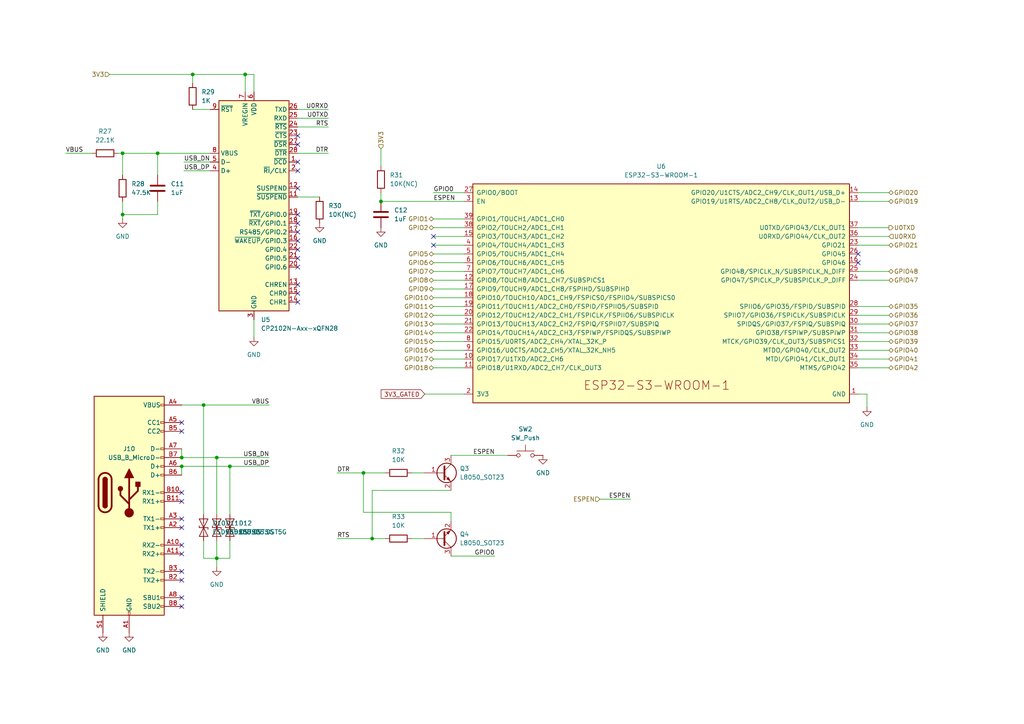
<source format=kicad_sch>
(kicad_sch (version 20211123) (generator eeschema)
  (paper "A4")
  (lib_symbols
    (symbol "Connector:USB_C_Receptacle" (pin_names (offset 1.016))
      (property "Reference" "J" (at -10.16 29.21 0))
      (property "Value" "USB_C_Receptacle" (at 10.16 29.21 0))
      (symbol "USB_C_Receptacle_0_0"
        (rectangle (start -0.254 -35.56) (end 0.254 -34.544))
        (rectangle (start 10.16 -32.766) (end 9.144 -33.274))
        (rectangle (start 10.16 -30.226) (end 9.144 -30.734))
        (rectangle (start 10.16 -25.146) (end 9.144 -25.654))
        (rectangle (start 10.16 -22.606) (end 9.144 -23.114))
        (rectangle (start 10.16 -17.526) (end 9.144 -18.034))
        (rectangle (start 10.16 -14.986) (end 9.144 -15.494))
        (rectangle (start 10.16 -9.906) (end 9.144 -10.414))
        (rectangle (start 10.16 -7.366) (end 9.144 -7.874))
        (rectangle (start 10.16 -2.286) (end 9.144 -2.794))
        (rectangle (start 10.16 0.254) (end 9.144 -0.254))
        (rectangle (start 10.16 5.334) (end 9.144 4.826))
        (rectangle (start 10.16 7.874) (end 9.144 7.366))
        (rectangle (start 10.16 10.414) (end 9.144 9.906))
        (rectangle (start 10.16 12.954) (end 9.144 12.446))
        (rectangle (start 10.16 18.034) (end 9.144 17.526))
        (rectangle (start 10.16 20.574) (end 9.144 20.066))
        (rectangle (start 10.16 25.654) (end 9.144 25.146))
      )
      (symbol "USB_C_Receptacle_0_1"
        (rectangle (start -10.16 27.94) (end 10.16 -35.56) (stroke (width 0.254)) (fill (type background)))
        (arc (start -8.89 -3.81) (mid -6.985 -5.715) (end -5.08 -3.81) (stroke (width 0.508)))
        (arc (start -7.62 -3.81) (mid -6.985 -4.445) (end -6.35 -3.81) (stroke (width 0.254)))
        (arc (start -7.62 -3.81) (mid -6.985 -4.445) (end -6.35 -3.81) (stroke (width 0.254)) (fill (type outline)))
        (rectangle (start -7.62 -3.81) (end -6.35 3.81) (stroke (width 0.254)) (fill (type outline)))
        (arc (start -6.35 3.81) (mid -6.985 4.445) (end -7.62 3.81) (stroke (width 0.254)))
        (arc (start -6.35 3.81) (mid -6.985 4.445) (end -7.62 3.81) (stroke (width 0.254)) (fill (type outline)))
        (arc (start -5.08 3.81) (mid -6.985 5.715) (end -8.89 3.81) (stroke (width 0.508)))
        (polyline (pts (xy -8.89 -3.81) (xy -8.89 3.81)) (stroke (width 0.508)))
        (polyline (pts (xy -5.08 3.81) (xy -5.08 -3.81)) (stroke (width 0.508)))
      )
      (symbol "USB_C_Receptacle_1_1"
        (circle (center -2.54 1.143) (radius 0.635) (stroke (width 0.254)) (fill (type outline)))
        (circle (center 0 -5.842) (radius 1.27) (fill (type outline)))
        (polyline (pts (xy 0 -5.842) (xy 0 4.318)) (stroke (width 0.508)))
        (polyline (pts (xy 0 -3.302) (xy -2.54 -0.762) (xy -2.54 0.508)) (stroke (width 0.508)))
        (polyline (pts (xy 0 -2.032) (xy 2.54 0.508) (xy 2.54 1.778)) (stroke (width 0.508)))
        (polyline (pts (xy -1.27 4.318) (xy 0 6.858) (xy 1.27 4.318) (xy -1.27 4.318)) (stroke (width 0.254)) (fill (type outline)))
        (rectangle (start 1.905 1.778) (end 3.175 3.048) (stroke (width 0.254)) (fill (type outline)))
        (pin passive line (at 0 -40.64 90) (length 5.08) (name "GND") (number "A1"))
        (pin bidirectional line (at 15.24 -15.24 180) (length 5.08) (name "RX2-") (number "A10"))
        (pin bidirectional line (at 15.24 -17.78 180) (length 5.08) (name "RX2+") (number "A11"))
        (pin passive line (at 0 -40.64 90) (length 5.08) hide (name "GND") (number "A12"))
        (pin bidirectional line (at 15.24 -10.16 180) (length 5.08) (name "TX1+") (number "A2"))
        (pin bidirectional line (at 15.24 -7.62 180) (length 5.08) (name "TX1-") (number "A3"))
        (pin passive line (at 15.24 25.4 180) (length 5.08) (name "VBUS") (number "A4"))
        (pin bidirectional line (at 15.24 20.32 180) (length 5.08) (name "CC1") (number "A5"))
        (pin bidirectional line (at 15.24 7.62 180) (length 5.08) (name "D+") (number "A6"))
        (pin bidirectional line (at 15.24 12.7 180) (length 5.08) (name "D-") (number "A7"))
        (pin bidirectional line (at 15.24 -30.48 180) (length 5.08) (name "SBU1") (number "A8"))
        (pin passive line (at 15.24 25.4 180) (length 5.08) hide (name "VBUS") (number "A9"))
        (pin passive line (at 0 -40.64 90) (length 5.08) hide (name "GND") (number "B1"))
        (pin bidirectional line (at 15.24 0 180) (length 5.08) (name "RX1-") (number "B10"))
        (pin bidirectional line (at 15.24 -2.54 180) (length 5.08) (name "RX1+") (number "B11"))
        (pin passive line (at 0 -40.64 90) (length 5.08) hide (name "GND") (number "B12"))
        (pin bidirectional line (at 15.24 -25.4 180) (length 5.08) (name "TX2+") (number "B2"))
        (pin bidirectional line (at 15.24 -22.86 180) (length 5.08) (name "TX2-") (number "B3"))
        (pin passive line (at 15.24 25.4 180) (length 5.08) hide (name "VBUS") (number "B4"))
        (pin bidirectional line (at 15.24 17.78 180) (length 5.08) (name "CC2") (number "B5"))
        (pin bidirectional line (at 15.24 5.08 180) (length 5.08) (name "D+") (number "B6"))
        (pin bidirectional line (at 15.24 10.16 180) (length 5.08) (name "D-") (number "B7"))
        (pin bidirectional line (at 15.24 -33.02 180) (length 5.08) (name "SBU2") (number "B8"))
        (pin passive line (at 15.24 25.4 180) (length 5.08) hide (name "VBUS") (number "B9"))
        (pin passive line (at -7.62 -40.64 90) (length 5.08) (name "SHIELD") (number "S1"))
      )
    )
    (symbol "Custom_Components:L8050_SOT23" (pin_names (offset 0) hide)
      (property "Reference" "Q" (at 5.08 1.905 0))
      (property "Value" "L8050_SOT23" (at 5.08 0 0))
      (symbol "L8050_SOT23_0_1"
        (polyline (pts (xy 0 0) (xy 0.635 0)))
        (polyline (pts (xy 0.635 0.635) (xy 2.54 2.54)))
        (polyline (pts (xy 0.635 -0.635) (xy 2.54 -2.54) (xy 2.54 -2.54)))
        (polyline (pts (xy 0.635 1.905) (xy 0.635 -1.905) (xy 0.635 -1.905)) (stroke (width 0.508)))
        (polyline (pts (xy 1.27 -1.778) (xy 1.778 -1.27) (xy 2.286 -2.286) (xy 1.27 -1.778) (xy 1.27 -1.778)) (fill (type outline)))
        (circle (center 1.27 0) (radius 2.8194) (stroke (width 0.254)))
      )
      (symbol "L8050_SOT23_1_1"
        (pin input line (at -5.08 0 0) (length 5.08) (name "B") (number "1"))
        (pin passive line (at 2.54 -5.08 90) (length 2.54) (name "E") (number "2"))
        (pin passive line (at 2.54 5.08 270) (length 2.54) (name "C") (number "3"))
      )
    )
    (symbol "Device:C" (pin_numbers hide) (pin_names (offset 0.254))
      (property "Reference" "C" (at 0.635 2.54 0))
      (property "Value" "C" (at 0.635 -2.54 0))
      (symbol "C_0_1"
        (polyline (pts (xy -2.032 -0.762) (xy 2.032 -0.762)) (stroke (width 0.508)))
        (polyline (pts (xy -2.032 0.762) (xy 2.032 0.762)) (stroke (width 0.508)))
      )
      (symbol "C_1_1"
        (pin passive line (at 0 3.81 270) (length 2.794) (name "~") (number "1"))
        (pin passive line (at 0 -3.81 90) (length 2.794) (name "~") (number "2"))
      )
    )
    (symbol "Device:R" (pin_numbers hide) (pin_names (offset 0))
      (property "Reference" "R" (at 2.032 0 90))
      (property "Value" "R" (at 0 0 90))
      (symbol "R_0_1"
        (rectangle (start -1.016 -2.54) (end 1.016 2.54) (stroke (width 0.254)))
      )
      (symbol "R_1_1"
        (pin passive line (at 0 3.81 270) (length 1.27) (name "~") (number "1"))
        (pin passive line (at 0 -3.81 90) (length 1.27) (name "~") (number "2"))
      )
    )
    (symbol "Diode:ESD9B5.0ST5G" (pin_numbers hide) (pin_names (offset 1.016) hide)
      (property "Reference" "D" (at 0 2.54 0))
      (property "Value" "ESD9B5.0ST5G" (at 0 -2.54 0))
      (symbol "ESD9B5.0ST5G_0_1"
        (polyline (pts (xy 1.27 0) (xy -1.27 0)))
        (polyline (pts (xy -2.54 -1.27) (xy 0 0) (xy -2.54 1.27) (xy -2.54 -1.27)) (stroke (width 0.2032)))
        (polyline (pts (xy 0.508 1.27) (xy 0 1.27) (xy 0 -1.27) (xy -0.508 -1.27)) (stroke (width 0.2032)))
        (polyline (pts (xy 2.54 1.27) (xy 2.54 -1.27) (xy 0 0) (xy 2.54 1.27)) (stroke (width 0.2032)))
      )
      (symbol "ESD9B5.0ST5G_1_1"
        (pin passive line (at -3.81 0 0) (length 2.54) (name "A1") (number "1"))
        (pin passive line (at 3.81 0 180) (length 2.54) (name "A2") (number "2"))
      )
    )
    (symbol "Espressif:ESP32-S3-WROOM-1" (pin_names (offset 1.016))
      (property "Reference" "U" (at -53.34 38.1 0))
      (property "Value" "ESP32-S3-WROOM-1" (at -53.34 35.56 0))
      (symbol "ESP32-S3-WROOM-1_0_0"
        (rectangle (start -53.34 33.02) (end 55.88 -30.48) (stroke (width 0.254)) (fill (type background)))
        (text "ESP32-S3-WROOM-1" (at 0 -25.4 0) (effects (font (size 2.54 2.54))))
        (pin power_in line (at 58.42 -27.94 180) (length 2.54) (name "GND") (number "1"))
        (pin bidirectional line (at -55.88 -17.78 0) (length 2.54) (name "GPIO17/U1TXD/ADC2_CH6") (number "10"))
        (pin bidirectional line (at -55.88 -20.32 0) (length 2.54) (name "GPIO18/U1RXD/ADC2_CH7/CLK_OUT3") (number "11"))
        (pin bidirectional line (at -55.88 5.08 0) (length 2.54) (name "GPIO8/TOUCH8/ADC1_CH7/SUBSPICS1") (number "12"))
        (pin bidirectional line (at 58.42 27.94 180) (length 2.54) (name "GPIO19/U1RTS/ADC2_CH8/CLK_OUT2/USB_D-") (number "13"))
        (pin bidirectional line (at 58.42 30.48 180) (length 2.54) (name "GPIO20/U1CTS/ADC2_CH9/CLK_OUT1/USB_D+") (number "14"))
        (pin bidirectional line (at -55.88 17.78 0) (length 2.54) (name "GPIO3/TOUCH3/ADC1_CH2") (number "15"))
        (pin bidirectional line (at 58.42 10.16 180) (length 2.54) (name "GPIO46") (number "16"))
        (pin bidirectional line (at -55.88 2.54 0) (length 2.54) (name "GPIO9/TOUCH9/ADC1_CH8/FSPIHD/SUBSPIHD") (number "17"))
        (pin bidirectional line (at -55.88 0 0) (length 2.54) (name "GPIO10/TOUCH10/ADC1_CH9/FSPICS0/FSPIIO4/SUBSPICS0") (number "18"))
        (pin bidirectional line (at -55.88 -2.54 0) (length 2.54) (name "GPIO11/TOUCH11/ADC2_CH0/FSPID/FSPIIO5/SUBSPID") (number "19"))
        (pin power_in line (at -55.88 -27.94 0) (length 2.54) (name "3V3") (number "2"))
        (pin bidirectional line (at -55.88 -5.08 0) (length 2.54) (name "GPIO12/TOUCH12/ADC2_CH1/FSPICLK/FSPIIO6/SUBSPICLK") (number "20"))
        (pin bidirectional line (at -55.88 -7.62 0) (length 2.54) (name "GPIO13/TOUCH13/ADC2_CH2/FSPIQ/FSPIIO7/SUBSPIQ") (number "21"))
        (pin bidirectional line (at -55.88 -10.16 0) (length 2.54) (name "GPIO14/TOUCH14/ADC2_CH3/FSPIWP/FSPIDQS/SUBSPIWP") (number "22"))
        (pin bidirectional line (at 58.42 15.24 180) (length 2.54) (name "GPIO21") (number "23"))
        (pin bidirectional line (at 58.42 5.08 180) (length 2.54) (name "GPIO47/SPICLK_P/SUBSPICLK_P_DIFF") (number "24"))
        (pin bidirectional line (at 58.42 7.62 180) (length 2.54) (name "GPIO48/SPICLK_N/SUBSPICLK_N_DIFF") (number "25"))
        (pin bidirectional line (at 58.42 12.7 180) (length 2.54) (name "GPIO45") (number "26"))
        (pin bidirectional line (at -55.88 30.48 0) (length 2.54) (name "GPIO0/BOOT") (number "27"))
        (pin bidirectional line (at 58.42 -2.54 180) (length 2.54) (name "SPIIO6/GPIO35/FSPID/SUBSPID") (number "28"))
        (pin bidirectional line (at 58.42 -5.08 180) (length 2.54) (name "SPIIO7/GPIO36/FSPICLK/SUBSPICLK") (number "29"))
        (pin input line (at -55.88 27.94 0) (length 2.54) (name "EN") (number "3"))
        (pin bidirectional line (at 58.42 -7.62 180) (length 2.54) (name "SPIDQS/GPIO37/FSPIQ/SUBSPIQ") (number "30"))
        (pin bidirectional line (at 58.42 -10.16 180) (length 2.54) (name "GPIO38/FSPIWP/SUBSPIWP") (number "31"))
        (pin bidirectional line (at 58.42 -12.7 180) (length 2.54) (name "MTCK/GPIO39/CLK_OUT3/SUBSPICS1") (number "32"))
        (pin bidirectional line (at 58.42 -15.24 180) (length 2.54) (name "MTDO/GPIO40/CLK_OUT2") (number "33"))
        (pin bidirectional line (at 58.42 -17.78 180) (length 2.54) (name "MTDI/GPIO41/CLK_OUT1") (number "34"))
        (pin bidirectional line (at 58.42 -20.32 180) (length 2.54) (name "MTMS/GPIO42") (number "35"))
        (pin bidirectional line (at 58.42 17.78 180) (length 2.54) (name "U0RXD/GPIO44/CLK_OUT2") (number "36"))
        (pin bidirectional line (at 58.42 20.32 180) (length 2.54) (name "U0TXD/GPIO43/CLK_OUT1") (number "37"))
        (pin bidirectional line (at -55.88 20.32 0) (length 2.54) (name "GPIO2/TOUCH2/ADC1_CH1") (number "38"))
        (pin bidirectional line (at -55.88 22.86 0) (length 2.54) (name "GPIO1/TOUCH1/ADC1_CH0") (number "39"))
        (pin bidirectional line (at -55.88 15.24 0) (length 2.54) (name "GPIO4/TOUCH4/ADC1_CH3") (number "4"))
        (pin passive line (at 58.42 -27.94 180) (length 2.54) hide (name "GND") (number "40"))
        (pin passive line (at 58.42 -27.94 180) (length 2.54) hide (name "GND") (number "41"))
        (pin bidirectional line (at -55.88 12.7 0) (length 2.54) (name "GPIO5/TOUCH5/ADC1_CH4") (number "5"))
        (pin bidirectional line (at -55.88 10.16 0) (length 2.54) (name "GPIO6/TOUCH6/ADC1_CH5") (number "6"))
        (pin bidirectional line (at -55.88 7.62 0) (length 2.54) (name "GPIO7/TOUCH7/ADC1_CH6") (number "7"))
        (pin bidirectional line (at -55.88 -12.7 0) (length 2.54) (name "GPIO15/U0RTS/ADC2_CH4/XTAL_32K_P") (number "8"))
        (pin bidirectional line (at -55.88 -15.24 0) (length 2.54) (name "GPIO16/U0CTS/ADC2_CH5/XTAL_32K_NH5") (number "9"))
      )
    )
    (symbol "Interface_USB:CP2102N-Axx-xQFN28"
      (property "Reference" "U" (at -8.89 31.75 0))
      (property "Value" "CP2102N-Axx-xQFN28" (at 12.7 31.75 0))
      (symbol "CP2102N-Axx-xQFN28_0_1"
        (rectangle (start -10.16 30.48) (end 10.16 -30.48) (stroke (width 0.254)) (fill (type background)))
      )
      (symbol "CP2102N-Axx-xQFN28_1_1"
        (pin input line (at 12.7 12.7 180) (length 2.54) (name "~{DCD}") (number "1"))
        (pin no_connect line (at -10.16 -27.94 0) (length 2.54) hide (name "NC") (number "10"))
        (pin output line (at 12.7 2.54 180) (length 2.54) (name "~{SUSPEND}") (number "11"))
        (pin output line (at 12.7 5.08 180) (length 2.54) (name "SUSPEND") (number "12"))
        (pin output line (at 12.7 -22.86 180) (length 2.54) (name "CHREN") (number "13"))
        (pin output line (at 12.7 -27.94 180) (length 2.54) (name "CHR1") (number "14"))
        (pin output line (at 12.7 -25.4 180) (length 2.54) (name "CHR0") (number "15"))
        (pin bidirectional line (at 12.7 -10.16 180) (length 2.54) (name "~{WAKEUP}/GPIO.3") (number "16"))
        (pin bidirectional line (at 12.7 -7.62 180) (length 2.54) (name "RS485/GPIO.2") (number "17"))
        (pin bidirectional line (at 12.7 -5.08 180) (length 2.54) (name "~{RXT}/GPIO.1") (number "18"))
        (pin bidirectional line (at 12.7 -2.54 180) (length 2.54) (name "~{TXT}/GPIO.0") (number "19"))
        (pin bidirectional line (at 12.7 10.16 180) (length 2.54) (name "~{RI}/CLK") (number "2"))
        (pin bidirectional line (at 12.7 -17.78 180) (length 2.54) (name "GPIO.6") (number "20"))
        (pin bidirectional line (at 12.7 -15.24 180) (length 2.54) (name "GPIO.5") (number "21"))
        (pin bidirectional line (at 12.7 -12.7 180) (length 2.54) (name "GPIO.4") (number "22"))
        (pin input line (at 12.7 20.32 180) (length 2.54) (name "~{CTS}") (number "23"))
        (pin output line (at 12.7 22.86 180) (length 2.54) (name "~{RTS}") (number "24"))
        (pin input line (at 12.7 25.4 180) (length 2.54) (name "RXD") (number "25"))
        (pin output line (at 12.7 27.94 180) (length 2.54) (name "TXD") (number "26"))
        (pin input line (at 12.7 17.78 180) (length 2.54) (name "~{DSR}") (number "27"))
        (pin output line (at 12.7 15.24 180) (length 2.54) (name "~{DTR}") (number "28"))
        (pin passive line (at 0 -33.02 90) (length 2.54) hide (name "GND") (number "29"))
        (pin power_in line (at 0 -33.02 90) (length 2.54) (name "GND") (number "3"))
        (pin bidirectional line (at -12.7 10.16 0) (length 2.54) (name "D+") (number "4"))
        (pin bidirectional line (at -12.7 12.7 0) (length 2.54) (name "D-") (number "5"))
        (pin power_in line (at 0 33.02 270) (length 2.54) (name "VDD") (number "6"))
        (pin power_in line (at -2.54 33.02 270) (length 2.54) (name "VREGIN") (number "7"))
        (pin input line (at -12.7 15.24 0) (length 2.54) (name "VBUS") (number "8"))
        (pin input line (at -12.7 27.94 0) (length 2.54) (name "~{RST}") (number "9"))
      )
    )
    (symbol "Switch:SW_Push" (pin_numbers hide) (pin_names (offset 1.016) hide)
      (property "Reference" "SW" (at 1.27 2.54 0))
      (property "Value" "SW_Push" (at 0 -1.524 0))
      (symbol "SW_Push_0_1"
        (circle (center -2.032 0) (radius 0.508))
        (polyline (pts (xy 0 1.27) (xy 0 3.048)))
        (polyline (pts (xy 2.54 1.27) (xy -2.54 1.27)))
        (circle (center 2.032 0) (radius 0.508))
        (pin passive line (at -5.08 0 0) (length 2.54) (name "1") (number "1"))
        (pin passive line (at 5.08 0 180) (length 2.54) (name "2") (number "2"))
      )
    )
    (symbol "power:GND" (power) (pin_names (offset 0))
      (property "Value" "GND" (at 0 -3.81 0))
      (symbol "GND_0_1"
        (polyline (pts (xy 0 0) (xy 0 -1.27) (xy 1.27 -1.27) (xy 0 -2.54) (xy -1.27 -1.27) (xy 0 -1.27)))
      )
      (symbol "GND_1_1"
        (pin power_in line (at 0 0 270) (length 0) hide (name "GND") (number "1"))
      )
    )
  )
  (junction (at 107.95 156.21))
  (junction (at 35.56 44.45))
  (junction (at 105.41 137.16))
  (junction (at 52.705 132.715))
  (junction (at 59.055 117.475))
  (junction (at 62.865 161.925))
  (junction (at 62.865 132.715))
  (junction (at 55.88 21.59))
  (junction (at 35.56 62.23))
  (junction (at 66.675 135.255))
  (junction (at 110.49 58.42))
  (junction (at 45.72 44.45))
  (junction (at 52.705 135.255))
  (junction (at 71.12 21.59))
  (no_connect (at 86.36 54.61))
  (no_connect (at 52.705 125.095))
  (no_connect (at 248.92 73.66))
  (no_connect (at 86.36 41.91))
  (no_connect (at 52.705 175.895))
  (no_connect (at 52.705 150.495))
  (no_connect (at 86.36 85.09))
  (no_connect (at 125.73 68.58))
  (no_connect (at 52.705 145.415))
  (no_connect (at 86.36 64.77))
  (no_connect (at 52.705 158.115))
  (no_connect (at 86.36 74.93))
  (no_connect (at 52.705 153.035))
  (no_connect (at 86.36 46.99))
  (no_connect (at 52.705 142.875))
  (no_connect (at 86.36 69.85))
  (no_connect (at 86.36 72.39))
  (no_connect (at 52.705 168.275))
  (no_connect (at 125.73 71.12))
  (no_connect (at 86.36 67.31))
  (no_connect (at 86.36 82.55))
  (no_connect (at 248.92 76.2))
  (no_connect (at 86.36 49.53))
  (no_connect (at 52.705 160.655))
  (no_connect (at 86.36 87.63))
  (no_connect (at 86.36 77.47))
  (no_connect (at 86.36 62.23))
  (no_connect (at 52.705 173.355))
  (no_connect (at 86.36 39.37))
  (no_connect (at 52.705 122.555))
  (no_connect (at 52.705 165.735))
  (wire (pts (xy 130.81 148.59) (xy 105.41 148.59)))
  (wire (pts (xy 73.66 21.59) (xy 73.66 26.67)))
  (wire (pts (xy 125.73 99.06) (xy 134.62 99.06)))
  (wire (pts (xy 45.72 44.45) (xy 60.96 44.45)))
  (wire (pts (xy 173.99 144.78) (xy 182.88 144.78)))
  (wire (pts (xy 86.36 57.15) (xy 92.71 57.15)))
  (wire (pts (xy 125.73 73.66) (xy 134.62 73.66)))
  (wire (pts (xy 123.19 114.3) (xy 134.62 114.3)))
  (wire (pts (xy 52.705 117.475) (xy 59.055 117.475)))
  (wire (pts (xy 35.56 63.5) (xy 35.56 62.23)))
  (wire (pts (xy 125.73 71.12) (xy 134.62 71.12)))
  (wire (pts (xy 55.88 21.59) (xy 55.88 24.13)))
  (wire (pts (xy 52.705 132.715) (xy 62.865 132.715)))
  (wire (pts (xy 130.81 161.29) (xy 143.51 161.29)))
  (wire (pts (xy 66.675 135.255) (xy 66.675 149.225)))
  (wire (pts (xy 71.12 21.59) (xy 71.12 26.67)))
  (wire (pts (xy 257.81 88.9) (xy 248.92 88.9)))
  (wire (pts (xy 97.79 137.16) (xy 105.41 137.16)))
  (wire (pts (xy 66.675 161.925) (xy 62.865 161.925)))
  (wire (pts (xy 125.73 81.28) (xy 134.62 81.28)))
  (wire (pts (xy 62.865 156.845) (xy 62.865 161.925)))
  (wire (pts (xy 119.38 137.16) (xy 123.19 137.16)))
  (wire (pts (xy 52.705 135.255) (xy 66.675 135.255)))
  (wire (pts (xy 110.49 55.88) (xy 110.49 58.42)))
  (wire (pts (xy 62.865 132.715) (xy 62.865 149.225)))
  (wire (pts (xy 45.72 44.45) (xy 45.72 50.8)))
  (wire (pts (xy 35.56 62.23) (xy 35.56 58.42)))
  (wire (pts (xy 257.81 66.04) (xy 248.92 66.04)))
  (wire (pts (xy 125.73 93.98) (xy 134.62 93.98)))
  (wire (pts (xy 125.73 88.9) (xy 134.62 88.9)))
  (wire (pts (xy 125.73 86.36) (xy 134.62 86.36)))
  (wire (pts (xy 119.38 156.21) (xy 123.19 156.21)))
  (wire (pts (xy 125.73 55.88) (xy 134.62 55.88)))
  (wire (pts (xy 248.92 114.3) (xy 251.46 114.3)))
  (wire (pts (xy 257.81 99.06) (xy 248.92 99.06)))
  (wire (pts (xy 45.72 58.42) (xy 45.72 62.23)))
  (wire (pts (xy 257.81 68.58) (xy 248.92 68.58)))
  (wire (pts (xy 59.055 161.925) (xy 62.865 161.925)))
  (wire (pts (xy 55.88 21.59) (xy 71.12 21.59)))
  (wire (pts (xy 53.34 49.53) (xy 60.96 49.53)))
  (wire (pts (xy 52.705 135.255) (xy 52.705 137.795)))
  (wire (pts (xy 125.73 104.14) (xy 134.62 104.14)))
  (wire (pts (xy 257.81 91.44) (xy 248.92 91.44)))
  (wire (pts (xy 52.705 130.175) (xy 52.705 132.715)))
  (wire (pts (xy 125.73 106.68) (xy 134.62 106.68)))
  (wire (pts (xy 105.41 148.59) (xy 105.41 137.16)))
  (wire (pts (xy 110.49 43.18) (xy 110.49 48.26)))
  (wire (pts (xy 105.41 137.16) (xy 111.76 137.16)))
  (wire (pts (xy 257.81 78.74) (xy 248.92 78.74)))
  (wire (pts (xy 107.95 142.24) (xy 107.95 156.21)))
  (wire (pts (xy 125.73 63.5) (xy 134.62 63.5)))
  (wire (pts (xy 62.865 164.465) (xy 62.865 161.925)))
  (wire (pts (xy 130.81 142.24) (xy 107.95 142.24)))
  (wire (pts (xy 257.81 81.28) (xy 248.92 81.28)))
  (wire (pts (xy 59.055 117.475) (xy 59.055 149.225)))
  (wire (pts (xy 53.34 46.99) (xy 60.96 46.99)))
  (wire (pts (xy 97.79 156.21) (xy 107.95 156.21)))
  (wire (pts (xy 251.46 114.3) (xy 251.46 118.11)))
  (wire (pts (xy 257.81 106.68) (xy 248.92 106.68)))
  (wire (pts (xy 95.25 36.83) (xy 86.36 36.83)))
  (wire (pts (xy 125.73 78.74) (xy 134.62 78.74)))
  (wire (pts (xy 130.81 151.13) (xy 130.81 148.59)))
  (wire (pts (xy 95.25 34.29) (xy 86.36 34.29)))
  (wire (pts (xy 31.75 21.59) (xy 55.88 21.59)))
  (wire (pts (xy 147.32 132.08) (xy 130.81 132.08)))
  (wire (pts (xy 257.81 96.52) (xy 248.92 96.52)))
  (wire (pts (xy 55.88 31.75) (xy 60.96 31.75)))
  (wire (pts (xy 66.675 135.255) (xy 78.105 135.255)))
  (wire (pts (xy 110.49 58.42) (xy 134.62 58.42)))
  (wire (pts (xy 125.73 91.44) (xy 134.62 91.44)))
  (wire (pts (xy 125.73 68.58) (xy 134.62 68.58)))
  (wire (pts (xy 107.95 156.21) (xy 111.76 156.21)))
  (wire (pts (xy 59.055 117.475) (xy 78.105 117.475)))
  (wire (pts (xy 45.72 62.23) (xy 35.56 62.23)))
  (wire (pts (xy 257.81 93.98) (xy 248.92 93.98)))
  (wire (pts (xy 66.675 156.845) (xy 66.675 161.925)))
  (wire (pts (xy 125.73 66.04) (xy 134.62 66.04)))
  (wire (pts (xy 71.12 21.59) (xy 73.66 21.59)))
  (wire (pts (xy 95.25 31.75) (xy 86.36 31.75)))
  (wire (pts (xy 62.865 132.715) (xy 78.105 132.715)))
  (wire (pts (xy 257.81 101.6) (xy 248.92 101.6)))
  (wire (pts (xy 257.81 55.88) (xy 248.92 55.88)))
  (wire (pts (xy 19.05 44.45) (xy 26.67 44.45)))
  (wire (pts (xy 59.055 156.845) (xy 59.055 161.925)))
  (wire (pts (xy 257.81 71.12) (xy 248.92 71.12)))
  (wire (pts (xy 257.81 104.14) (xy 248.92 104.14)))
  (wire (pts (xy 35.56 44.45) (xy 45.72 44.45)))
  (wire (pts (xy 34.29 44.45) (xy 35.56 44.45)))
  (wire (pts (xy 125.73 101.6) (xy 134.62 101.6)))
  (wire (pts (xy 35.56 50.8) (xy 35.56 44.45)))
  (wire (pts (xy 95.25 44.45) (xy 86.36 44.45)))
  (wire (pts (xy 125.73 83.82) (xy 134.62 83.82)))
  (wire (pts (xy 125.73 76.2) (xy 134.62 76.2)))
  (wire (pts (xy 125.73 96.52) (xy 134.62 96.52)))
  (wire (pts (xy 73.66 92.71) (xy 73.66 97.79)))
  (wire (pts (xy 257.81 58.42) (xy 248.92 58.42)))
  (label "ESPEN" (at 182.88 144.78 180))
  (label "RTS" (at 97.79 156.21 0))
  (label "GPIO0" (at 143.51 161.29 180))
  (label "VBUS" (at 19.05 44.45 0))
  (label "GPIO0" (at 125.73 55.88 0))
  (label "VBUS" (at 78.105 117.475 180))
  (label "USB_DN" (at 78.105 132.715 180))
  (label "U0TXD" (at 95.25 34.29 180))
  (label "ESPEN" (at 125.73 58.42 0))
  (label "DTR" (at 95.25 44.45 180))
  (label "U0RXD" (at 95.25 31.75 180))
  (label "USB_DP" (at 78.105 135.255 180))
  (label "USB_DN" (at 53.34 46.99 0))
  (label "ESPEN" (at 143.51 132.08 180))
  (label "RTS" (at 95.25 36.83 180))
  (label "DTR" (at 97.79 137.16 0))
  (label "USB_DP" (at 53.34 49.53 0))
  (global_label "3V3_GATED" (shape input) (at 123.19 114.3 180) (property "Intersheet References" "${INTERSHEET_REFS}" (effects hide)))
  (hierarchical_label "GPIO11" (shape bidirectional) (at 125.73 88.9 180))
  (hierarchical_label "GPIO18" (shape bidirectional) (at 125.73 106.68 180))
  (hierarchical_label "GPIO41" (shape bidirectional) (at 257.81 104.14 0))
  (hierarchical_label "GPIO13" (shape bidirectional) (at 125.73 93.98 180))
  (hierarchical_label "GPIO9" (shape bidirectional) (at 125.73 83.82 180))
  (hierarchical_label "GPIO39" (shape bidirectional) (at 257.81 99.06 0))
  (hierarchical_label "U0RXD" (shape input) (at 257.81 68.58 0))
  (hierarchical_label "U0TXD" (shape output) (at 257.81 66.04 0))
  (hierarchical_label "GPIO47" (shape bidirectional) (at 257.81 81.28 0))
  (hierarchical_label "ESPEN" (shape input) (at 173.99 144.78 180))
  (hierarchical_label "GPIO38" (shape bidirectional) (at 257.81 96.52 0))
  (hierarchical_label "GPIO20" (shape bidirectional) (at 257.81 55.88 0))
  (hierarchical_label "GPIO8" (shape bidirectional) (at 125.73 81.28 180))
  (hierarchical_label "GPIO12" (shape bidirectional) (at 125.73 91.44 180))
  (hierarchical_label "GPIO15" (shape bidirectional) (at 125.73 99.06 180))
  (hierarchical_label "GPIO17" (shape bidirectional) (at 125.73 104.14 180))
  (hierarchical_label "GPIO35" (shape bidirectional) (at 257.81 88.9 0))
  (hierarchical_label "GPIO1" (shape bidirectional) (at 125.73 63.5 180))
  (hierarchical_label "GPIO48" (shape bidirectional) (at 257.81 78.74 0))
  (hierarchical_label "GPIO40" (shape bidirectional) (at 257.81 101.6 0))
  (hierarchical_label "GPIO6" (shape bidirectional) (at 125.73 76.2 180))
  (hierarchical_label "GPIO42" (shape bidirectional) (at 257.81 106.68 0))
  (hierarchical_label "3V3" (shape input) (at 110.49 43.18 90))
  (hierarchical_label "GPIO5" (shape bidirectional) (at 125.73 73.66 180))
  (hierarchical_label "GPIO14" (shape bidirectional) (at 125.73 96.52 180))
  (hierarchical_label "GPIO19" (shape bidirectional) (at 257.81 58.42 0))
  (hierarchical_label "GPIO36" (shape bidirectional) (at 257.81 91.44 0))
  (hierarchical_label "GPIO7" (shape bidirectional) (at 125.73 78.74 180))
  (hierarchical_label "GPIO10" (shape bidirectional) (at 125.73 86.36 180))
  (hierarchical_label "GPIO21" (shape bidirectional) (at 257.81 71.12 0))
  (hierarchical_label "3V3" (shape input) (at 31.75 21.59 180))
  (hierarchical_label "GPIO37" (shape bidirectional) (at 257.81 93.98 0))
  (hierarchical_label "GPIO2" (shape bidirectional) (at 125.73 66.04 180))
  (hierarchical_label "GPIO16" (shape bidirectional) (at 125.73 101.6 180))
  (symbol (lib_id "Espressif:ESP32-S3-WROOM-1") (at 190.5 86.36 0) (unit 1)
    (property "Reference" "U6" (at 191.77 48.26 0))
    (property "Value" "ESP32-S3-WROOM-1" (at 191.77 50.8 0))
    (property "Footprint" "Espressif:ESP32-S3-WROOM-1" (effects hide))
    (property "Datasheet" "https://www.espressif.com/sites/default/files/documentation/esp32-s3-wroom-1_wroom-1u_datasheet_en.pdf" (effects hide))
  )
  (symbol (lib_id "Device:C") (at 45.72 54.61 0) (unit 1)
    (property "Reference" "C11" (at 49.53 53.3399 0) (effects (justify left)))
    (property "Value" "1uF" (at 49.53 55.8799 0) (effects (justify left)))
    (property "Footprint" "Capacitor_SMD:C_0805_2012Metric" (effects hide))
  )
  (symbol (lib_id "Device:R") (at 55.88 27.94 0) (unit 1)
    (property "Reference" "R29" (at 58.42 26.6699 0) (effects (justify left)))
    (property "Value" "1K" (at 58.42 29.2099 0) (effects (justify left)))
    (property "Footprint" "Resistor_SMD:R_1206_3216Metric" (effects hide))
  )
  (symbol (lib_id "Custom_Components:L8050_SOT23") (at 128.27 137.16 0) (unit 1)
    (property "Reference" "Q3" (at 133.35 135.8899 0) (effects (justify left)))
    (property "Value" "L8050_SOT23" (at 133.35 138.4299 0) (effects (justify left)))
    (property "Footprint" "Package_TO_SOT_SMD:SOT-23" (effects hide))
    (property "Datasheet" "http://www.unisonic.com.tw/datasheet/S8050.pdf" (effects hide))
  )
  (symbol (lib_id "power:GND") (at 157.48 132.08 0) (unit 1)
    (property "Reference" "#PWR058" (effects hide))
    (property "Value" "GND" (at 157.48 137.16 0))
  )
  (symbol (lib_id "power:GND") (at 35.56 63.5 0) (unit 1)
    (property "Reference" "#PWR052" (effects hide))
    (property "Value" "GND" (at 35.56 68.58 0))
  )
  (symbol (lib_id "Device:R") (at 35.56 54.61 180) (unit 1)
    (property "Reference" "R28" (at 38.1 53.3399 0) (effects (justify right)))
    (property "Value" "47.5K" (at 38.1 55.8799 0) (effects (justify right)))
    (property "Footprint" "Resistor_SMD:R_1206_3216Metric" (effects hide))
  )
  (symbol (lib_id "Custom_Components:L8050_SOT23") (at 128.27 156.21 0) (mirror x) (unit 1)
    (property "Reference" "Q4" (at 133.35 154.9399 0) (effects (justify left)))
    (property "Value" "L8050_SOT23" (at 133.35 157.4799 0) (effects (justify left)))
    (property "Footprint" "Package_TO_SOT_SMD:SOT-23" (effects hide))
    (property "Datasheet" "http://www.unisonic.com.tw/datasheet/S8050.pdf" (effects hide))
  )
  (symbol (lib_id "power:GND") (at 92.71 64.77 0) (unit 1)
    (property "Reference" "#PWR056" (effects hide))
    (property "Value" "GND" (at 92.71 69.85 0))
  )
  (symbol (lib_id "power:GND") (at 251.46 118.11 0) (unit 1)
    (property "Reference" "#PWR059" (effects hide))
    (property "Value" "GND" (at 251.46 123.19 0))
  )
  (symbol (lib_id "Diode:ESD9B5.0ST5G") (at 66.675 153.035 270) (unit 1)
    (property "Reference" "D12" (at 69.215 151.7649 90) (effects (justify left)))
    (property "Value" "ESD9B5.0ST5G" (at 69.215 154.3049 90) (effects (justify left)))
    (property "Footprint" "Diode_SMD:D_SOD-523" (effects hide))
    (property "Datasheet" "https://www.onsemi.com/pub/Collateral/ESD9B-D.PDF" (effects hide))
  )
  (symbol (lib_id "Device:R") (at 92.71 60.96 180) (unit 1)
    (property "Reference" "R30" (at 95.25 59.6899 0) (effects (justify right)))
    (property "Value" "10K(NC)" (at 95.25 62.2299 0) (effects (justify right)))
    (property "Footprint" "Resistor_SMD:R_1206_3216Metric" (effects hide))
  )
  (symbol (lib_id "Diode:ESD9B5.0ST5G") (at 59.055 153.035 270) (unit 1)
    (property "Reference" "D10" (at 61.595 151.7649 90) (effects (justify left)))
    (property "Value" "ESD9B5.0ST5G" (at 61.595 154.3049 90) (effects (justify left)))
    (property "Footprint" "Diode_SMD:D_SOD-523" (effects hide))
    (property "Datasheet" "https://www.onsemi.com/pub/Collateral/ESD9B-D.PDF" (effects hide))
  )
  (symbol (lib_id "Connector:USB_C_Receptacle") (at 37.465 142.875 0) (unit 1)
    (property "Reference" "J10" (at 37.465 130.175 0))
    (property "Value" "USB_B_Micro" (at 37.465 132.715 0))
    (property "Footprint" "Connector_USB:USB_C_Receptacle_Amphenol_12401610E4-2A" (effects hide))
    (property "Datasheet" "https://www.usb.org/sites/default/files/documents/usb_type-c.zip" (effects hide))
  )
  (symbol (lib_id "Interface_USB:CP2102N-Axx-xQFN28") (at 73.66 59.69 0) (unit 1)
    (property "Reference" "U5" (at 75.6794 92.71 0) (effects (justify left)))
    (property "Value" "CP2102N-Axx-xQFN28" (at 75.6794 95.25 0) (effects (justify left)))
    (property "Footprint" "Package_DFN_QFN:QFN-28-1EP_5x5mm_P0.5mm_EP3.35x3.35mm" (effects hide))
    (property "Datasheet" "https://www.silabs.com/documents/public/data-sheets/cp2102n-datasheet.pdf" (effects hide))
  )
  (symbol (lib_id "Device:R") (at 110.49 52.07 180) (unit 1)
    (property "Reference" "R31" (at 113.03 50.7999 0) (effects (justify right)))
    (property "Value" "10K(NC)" (at 113.03 53.3399 0) (effects (justify right)))
    (property "Footprint" "Resistor_SMD:R_1206_3216Metric" (effects hide))
  )
  (symbol (lib_id "Device:R") (at 30.48 44.45 90) (unit 1)
    (property "Reference" "R27" (at 30.48 38.1 90))
    (property "Value" "22.1K" (at 30.48 40.64 90))
    (property "Footprint" "Resistor_SMD:R_1206_3216Metric" (effects hide))
  )
  (symbol (lib_id "power:GND") (at 29.845 183.515 0) (unit 1)
    (property "Reference" "#PWR051" (effects hide))
    (property "Value" "GND" (at 29.845 188.595 0))
  )
  (symbol (lib_id "power:GND") (at 73.66 97.79 0) (unit 1)
    (property "Reference" "#PWR055" (effects hide))
    (property "Value" "GND" (at 73.66 102.87 0))
  )
  (symbol (lib_id "Switch:SW_Push") (at 152.4 132.08 0) (unit 1)
    (property "Reference" "SW2" (at 152.4 124.46 0))
    (property "Value" "SW_Push" (at 152.4 127 0))
    (property "Footprint" "Button_Switch_SMD:SW_SPST_CK_RS282G05A3" (effects hide))
  )
  (symbol (lib_id "power:GND") (at 62.865 164.465 0) (unit 1)
    (property "Reference" "#PWR054" (effects hide))
    (property "Value" "GND" (at 62.865 169.545 0))
  )
  (symbol (lib_id "power:GND") (at 110.49 66.04 0) (unit 1)
    (property "Reference" "#PWR057" (effects hide))
    (property "Value" "GND" (at 110.49 71.12 0))
  )
  (symbol (lib_id "Device:C") (at 110.49 62.23 0) (unit 1)
    (property "Reference" "C12" (at 114.3 60.9599 0) (effects (justify left)))
    (property "Value" "1uF" (at 114.3 63.4999 0) (effects (justify left)))
    (property "Footprint" "Capacitor_SMD:C_0805_2012Metric" (effects hide))
  )
  (symbol (lib_id "Device:R") (at 115.57 137.16 270) (unit 1)
    (property "Reference" "R32" (at 115.57 130.81 90))
    (property "Value" "10K" (at 115.57 133.35 90))
    (property "Footprint" "Resistor_SMD:R_1206_3216Metric" (effects hide))
  )
  (symbol (lib_id "Diode:ESD9B5.0ST5G") (at 62.865 153.035 270) (unit 1)
    (property "Reference" "D11" (at 65.405 151.7649 90) (effects (justify left)))
    (property "Value" "ESD9B5.0ST5G" (at 65.405 154.3049 90) (effects (justify left)))
    (property "Footprint" "Diode_SMD:D_SOD-523" (effects hide))
    (property "Datasheet" "https://www.onsemi.com/pub/Collateral/ESD9B-D.PDF" (effects hide))
  )
  (symbol (lib_id "power:GND") (at 37.465 183.515 0) (unit 1)
    (property "Reference" "#PWR053" (effects hide))
    (property "Value" "GND" (at 37.465 188.595 0))
  )
  (symbol (lib_id "Device:R") (at 115.57 156.21 270) (unit 1)
    (property "Reference" "R33" (at 115.57 149.86 90))
    (property "Value" "10K" (at 115.57 152.4 90))
    (property "Footprint" "Resistor_SMD:R_1206_3216Metric" (effects hide))
  )
)
</source>
